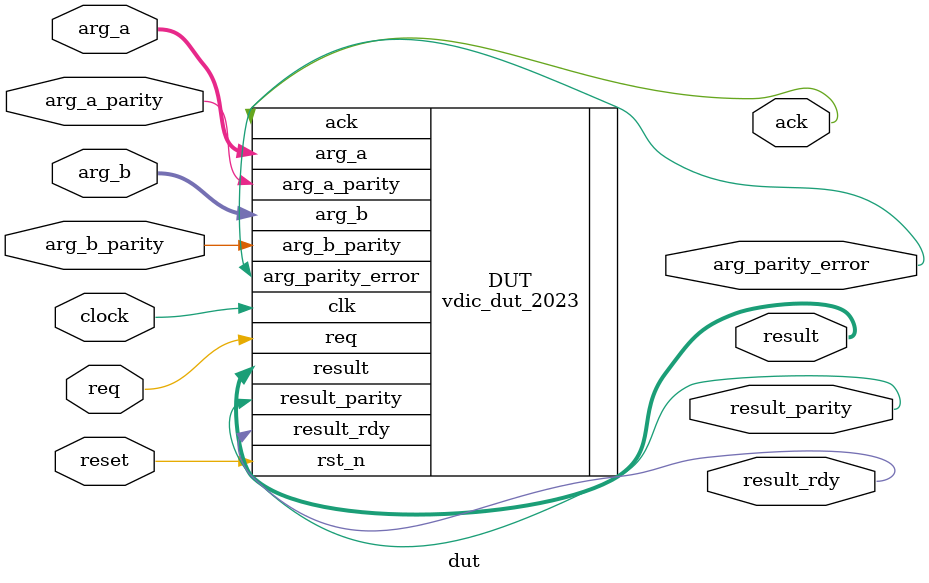
<source format=sv>

module dut(
    input wire clock,
    input wire reset,
    input  logic signed [15:0] arg_a,
    input  logic               arg_a_parity,     // parity bit for arg b (even parity)
    input  logic signed [15:0] arg_b,        
    input  logic               arg_b_parity,     // parity bit for arg_a (even parity)
    input  logic               req,              // arguments are valid
    output logic               ack,              // acknowledge for the arguments
    output logic signed [31:0] result,           // result of multiplication
    output logic               result_parity,    // parity bit for result (even parity)
    output logic               result_rdy,       // result is ready
    output logic               arg_parity_error  // set to 1 when input data has parity errors
	);
	
	vdic_dut_2023 DUT(
    .clk(clock),
    .rst_n(reset),
    .arg_a,
    .arg_a_parity,
    .arg_b,
    .arg_b_parity,
    .req,
    .ack,
    .result,
    .result_parity,
    .result_rdy,
    .arg_parity_error
);

endmodule : dut

</source>
